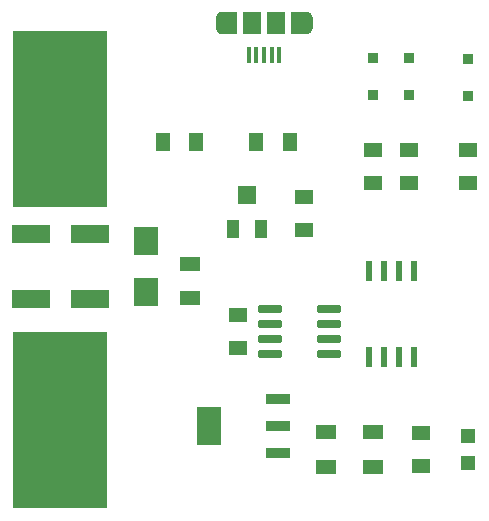
<source format=gtp>
G04*
G04 #@! TF.GenerationSoftware,Altium Limited,Altium Designer,21.0.9 (235)*
G04*
G04 Layer_Color=8421504*
%FSLAX25Y25*%
%MOIN*%
G70*
G04*
G04 #@! TF.SameCoordinates,00BE4CDB-2B82-4C1F-9587-948FEC39E08D*
G04*
G04*
G04 #@! TF.FilePolarity,Positive*
G04*
G01*
G75*
%ADD15C,0.01968*%
%ADD16R,0.01575X0.05315*%
%ADD17R,0.05906X0.07480*%
%ADD18R,0.04724X0.06496*%
G04:AMPARAMS|DCode=19|XSize=67.32mil|YSize=22.84mil|CornerRadius=2.85mil|HoleSize=0mil|Usage=FLASHONLY|Rotation=270.000|XOffset=0mil|YOffset=0mil|HoleType=Round|Shape=RoundedRectangle|*
%AMROUNDEDRECTD19*
21,1,0.06732,0.01713,0,0,270.0*
21,1,0.06161,0.02284,0,0,270.0*
1,1,0.00571,-0.00856,-0.03081*
1,1,0.00571,-0.00856,0.03081*
1,1,0.00571,0.00856,0.03081*
1,1,0.00571,0.00856,-0.03081*
%
%ADD19ROUNDEDRECTD19*%
%ADD20R,0.08465X0.03740*%
%ADD21R,0.08465X0.12795*%
G04:AMPARAMS|DCode=22|XSize=77.56mil|YSize=23.62mil|CornerRadius=2.95mil|HoleSize=0mil|Usage=FLASHONLY|Rotation=180.000|XOffset=0mil|YOffset=0mil|HoleType=Round|Shape=RoundedRectangle|*
%AMROUNDEDRECTD22*
21,1,0.07756,0.01772,0,0,180.0*
21,1,0.07165,0.02362,0,0,180.0*
1,1,0.00591,-0.03583,0.00886*
1,1,0.00591,0.03583,0.00886*
1,1,0.00591,0.03583,-0.00886*
1,1,0.00591,-0.03583,-0.00886*
%
%ADD22ROUNDEDRECTD22*%
%ADD23R,0.05118X0.04528*%
%ADD24R,0.12795X0.06496*%
%ADD25R,0.31496X0.59055*%
%ADD26R,0.06496X0.04724*%
%ADD27R,0.07087X0.05118*%
%ADD28R,0.04331X0.06299*%
%ADD29R,0.06299X0.06299*%
%ADD30R,0.08465X0.09646*%
%ADD31R,0.03740X0.03543*%
G36*
X197441Y390354D02*
X195473D01*
X195472Y393898D01*
X197441D01*
Y390354D01*
D02*
G37*
G36*
X202559Y388386D02*
X197441D01*
Y395866D01*
X202559D01*
Y388386D01*
D02*
G37*
G36*
X225787D02*
X220669D01*
Y395866D01*
X225787D01*
Y388386D01*
D02*
G37*
G36*
X227756Y390354D02*
X225787D01*
Y393898D01*
X227756D01*
X227756Y390354D01*
D02*
G37*
D15*
X197835Y389452D02*
X198425Y390354D01*
X197835Y391256D02*
X196902Y391178D01*
X196457Y390354D01*
X196902Y389531D01*
X197835Y389452D01*
X198425Y390354D02*
X197835Y391256D01*
X226772Y393898D02*
X226279Y394750D01*
X225295D01*
X224803Y393898D01*
X225295Y393045D01*
X226279D01*
X226772Y393898D01*
Y390354D02*
X226279Y391207D01*
X225295D01*
X224803Y390354D01*
X225295Y389502D01*
X226279D01*
X226772Y390354D01*
X198425Y393898D02*
X197933Y394750D01*
X196949D01*
X196457Y393898D01*
X196949Y393045D01*
X197933D01*
X198425Y393898D01*
D16*
X216732Y381496D02*
D03*
X214173D02*
D03*
X211614D02*
D03*
X209055D02*
D03*
X206496D02*
D03*
D17*
X215551Y392126D02*
D03*
X207677D02*
D03*
D18*
X177953Y352362D02*
D03*
X188976D02*
D03*
X220079D02*
D03*
X209055D02*
D03*
D19*
X261437Y309567D02*
D03*
X256437D02*
D03*
X251437D02*
D03*
X246437D02*
D03*
Y280984D02*
D03*
X251437D02*
D03*
X256437D02*
D03*
X261437D02*
D03*
D20*
X216142Y248819D02*
D03*
Y257874D02*
D03*
Y266929D02*
D03*
D21*
X193307Y257874D02*
D03*
D22*
X213701Y281870D02*
D03*
Y286870D02*
D03*
Y291870D02*
D03*
Y296870D02*
D03*
X233150D02*
D03*
Y291870D02*
D03*
Y286870D02*
D03*
Y281870D02*
D03*
D23*
X279528Y245571D02*
D03*
Y254429D02*
D03*
D24*
X153544Y300098D02*
D03*
Y321949D02*
D03*
X133859Y300098D02*
D03*
Y321949D02*
D03*
D25*
X143701Y360236D02*
D03*
Y259842D02*
D03*
D26*
X202756Y283858D02*
D03*
Y294882D02*
D03*
X224803Y334252D02*
D03*
Y323228D02*
D03*
X279528Y338976D02*
D03*
Y350000D02*
D03*
X259842Y338976D02*
D03*
Y350000D02*
D03*
X248031Y338976D02*
D03*
Y350000D02*
D03*
X263779Y244488D02*
D03*
Y255512D02*
D03*
D27*
X187008Y300394D02*
D03*
Y311811D02*
D03*
X248031Y244291D02*
D03*
Y255709D02*
D03*
X232283D02*
D03*
Y244291D02*
D03*
D28*
X210433Y323425D02*
D03*
X201378D02*
D03*
D29*
X205906Y334842D02*
D03*
D30*
X172244Y319488D02*
D03*
Y302559D02*
D03*
D31*
X259842Y380512D02*
D03*
Y368110D02*
D03*
X279528Y380217D02*
D03*
Y367815D02*
D03*
X248031Y380512D02*
D03*
Y368110D02*
D03*
M02*

</source>
